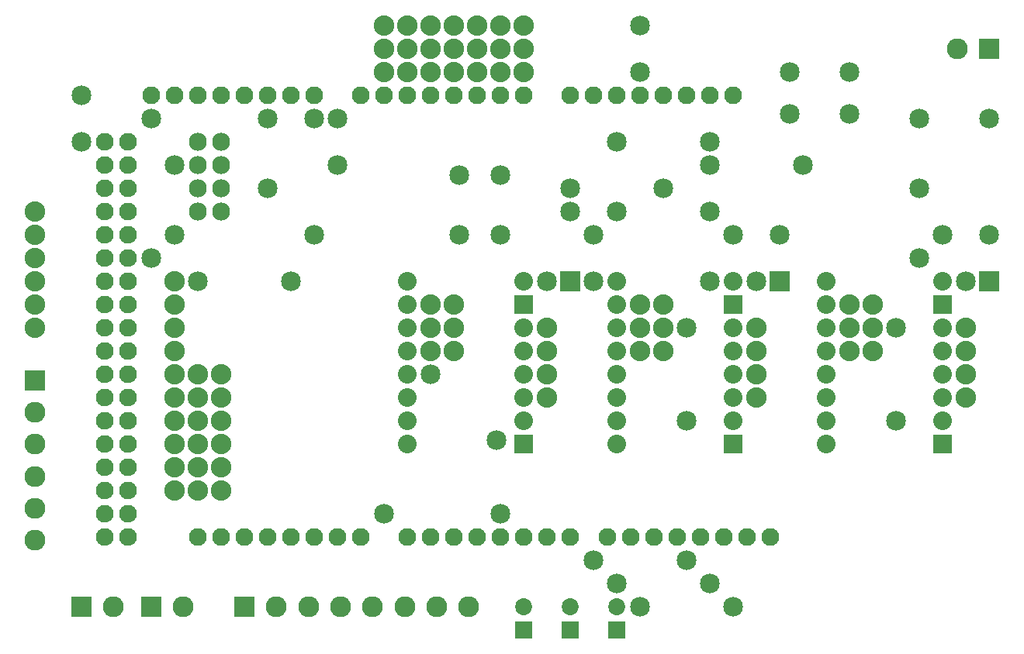
<source format=gbs>
G04 MADE WITH FRITZING*
G04 WWW.FRITZING.ORG*
G04 SINGLE SIDED*
G04 HOLES NOT PLATED*
G04 CONTOUR ON CENTER OF CONTOUR VECTOR*
%ASAXBY*%
%FSLAX23Y23*%
%MOIN*%
%OFA0B0*%
%SFA1.0B1.0*%
%ADD10C,0.076604*%
%ADD11C,0.076632*%
%ADD12C,0.075993*%
%ADD13C,0.080000*%
%ADD14C,0.088000*%
%ADD15C,0.090000*%
%ADD16C,0.085000*%
%ADD17C,0.077278*%
%ADD18C,0.072992*%
%ADD19R,0.080000X0.080000*%
%ADD20R,0.090000X0.090000*%
%ADD21R,0.085000X0.085000*%
%ADD22R,0.072992X0.072992*%
%LNMASK0*%
G90*
G70*
G54D10*
X1208Y2370D03*
X1108Y2370D03*
X1008Y2370D03*
X908Y2370D03*
G54D11*
X2568Y470D03*
G54D10*
X808Y2370D03*
X708Y2370D03*
X608Y2370D03*
G54D12*
X408Y1370D03*
G54D10*
X2208Y2370D03*
X2108Y2370D03*
X2808Y2370D03*
X2008Y2370D03*
X1908Y2370D03*
X1808Y2370D03*
X1708Y2370D03*
X1608Y2370D03*
G54D12*
X408Y570D03*
G54D10*
X1508Y2370D03*
G54D12*
X408Y2170D03*
G54D11*
X2008Y470D03*
G54D12*
X408Y970D03*
X408Y1770D03*
G54D11*
X2968Y470D03*
G54D10*
X2408Y2370D03*
G54D11*
X2408Y470D03*
G54D12*
X408Y770D03*
X408Y1170D03*
X408Y1570D03*
X408Y1970D03*
G54D11*
X808Y470D03*
X908Y470D03*
X1008Y470D03*
X3168Y470D03*
X1108Y470D03*
X2768Y470D03*
X1208Y470D03*
X1308Y470D03*
X1408Y470D03*
X1508Y470D03*
G54D10*
X3008Y2370D03*
X2608Y2370D03*
G54D11*
X1808Y470D03*
X2208Y470D03*
G54D12*
X408Y470D03*
X408Y670D03*
X408Y870D03*
X408Y1070D03*
X408Y1270D03*
X408Y1470D03*
X408Y1670D03*
X408Y1870D03*
X408Y2070D03*
G54D11*
X3268Y470D03*
X3068Y470D03*
X2868Y470D03*
X2668Y470D03*
G54D10*
X3108Y2370D03*
X2908Y2370D03*
X2708Y2370D03*
X2508Y2370D03*
G54D11*
X1708Y470D03*
X1908Y470D03*
X2108Y470D03*
X2308Y470D03*
G54D12*
X508Y470D03*
X508Y570D03*
X508Y670D03*
X508Y770D03*
X508Y870D03*
X508Y970D03*
X508Y1070D03*
X508Y1170D03*
X508Y1270D03*
X508Y1370D03*
X508Y1470D03*
X508Y1570D03*
X508Y1670D03*
X508Y1770D03*
X508Y1870D03*
X508Y1970D03*
X508Y2070D03*
X508Y2170D03*
G54D10*
X1308Y2370D03*
G54D13*
X1708Y1570D03*
X2208Y1570D03*
X1708Y1470D03*
X2208Y1470D03*
X1708Y1370D03*
X2208Y1370D03*
X1708Y1270D03*
X2208Y1270D03*
X1708Y1170D03*
X2208Y1170D03*
X1708Y1070D03*
X2208Y1070D03*
X1708Y970D03*
X2208Y970D03*
X1708Y870D03*
X2208Y870D03*
X2608Y1570D03*
X3108Y1570D03*
X2608Y1470D03*
X3108Y1470D03*
X2608Y1370D03*
X3108Y1370D03*
X2608Y1270D03*
X3108Y1270D03*
X2608Y1170D03*
X3108Y1170D03*
X2608Y1070D03*
X3108Y1070D03*
X2608Y970D03*
X3108Y970D03*
X2608Y870D03*
X3108Y870D03*
X3509Y1571D03*
X4009Y1571D03*
X3509Y1471D03*
X4009Y1471D03*
X3509Y1371D03*
X4009Y1371D03*
X3509Y1271D03*
X4009Y1271D03*
X3509Y1171D03*
X4009Y1171D03*
X3509Y1071D03*
X4009Y1071D03*
X3509Y971D03*
X4009Y971D03*
X3509Y871D03*
X4009Y871D03*
G54D14*
X4108Y1370D03*
X4108Y1270D03*
X4108Y1170D03*
X4108Y1070D03*
X3208Y1370D03*
X3208Y1270D03*
X3208Y1170D03*
X3208Y1070D03*
X2308Y1370D03*
X2308Y1270D03*
X2308Y1170D03*
X2308Y1070D03*
G54D15*
X4208Y2570D03*
X4070Y2570D03*
G54D16*
X4208Y1570D03*
X4108Y1570D03*
X3308Y1570D03*
X3208Y1570D03*
X2408Y1570D03*
X2308Y1570D03*
X4008Y1770D03*
X4208Y1770D03*
X2508Y1770D03*
X2508Y1570D03*
X3108Y1770D03*
X3308Y1770D03*
X3908Y1970D03*
X3908Y1670D03*
X3008Y1870D03*
X3008Y1570D03*
X2608Y1870D03*
X2408Y1870D03*
G54D15*
X108Y1145D03*
X108Y1007D03*
X108Y870D03*
X108Y732D03*
X108Y594D03*
X108Y456D03*
G54D14*
X908Y1170D03*
X908Y1070D03*
X908Y970D03*
X908Y870D03*
X908Y770D03*
X908Y670D03*
X808Y1170D03*
X808Y1070D03*
X808Y970D03*
X808Y870D03*
X808Y770D03*
X808Y670D03*
X708Y1170D03*
X708Y1070D03*
X708Y970D03*
X708Y870D03*
X708Y770D03*
X708Y670D03*
G54D16*
X1608Y570D03*
X2108Y570D03*
G54D17*
X908Y2170D03*
X908Y2070D03*
X908Y1970D03*
X908Y1870D03*
X808Y2170D03*
X808Y2070D03*
X808Y1970D03*
X808Y1870D03*
G54D16*
X3808Y1370D03*
X3808Y970D03*
X2908Y1370D03*
X2908Y970D03*
G54D14*
X1808Y1470D03*
X1808Y1370D03*
X1808Y1270D03*
X1808Y1470D03*
X1808Y1370D03*
X1808Y1270D03*
X1908Y1270D03*
X1908Y1370D03*
X1908Y1470D03*
X3608Y1470D03*
X3608Y1370D03*
X3608Y1270D03*
X3608Y1470D03*
X3608Y1370D03*
X3608Y1270D03*
X3708Y1270D03*
X3708Y1370D03*
X3708Y1470D03*
X2708Y1470D03*
X2708Y1370D03*
X2708Y1270D03*
X2708Y1470D03*
X2708Y1370D03*
X2708Y1270D03*
X2808Y1270D03*
X2808Y1370D03*
X2808Y1470D03*
G54D16*
X1808Y1170D03*
X2091Y887D03*
G54D15*
X1008Y170D03*
X1146Y170D03*
X1284Y170D03*
X1421Y170D03*
X1559Y170D03*
X1697Y170D03*
X1835Y170D03*
X1972Y170D03*
X308Y170D03*
X446Y170D03*
X608Y170D03*
X746Y170D03*
G54D16*
X2508Y370D03*
X2908Y370D03*
X2708Y170D03*
X3108Y170D03*
X2608Y270D03*
X3008Y270D03*
G54D18*
X2208Y71D03*
X2208Y170D03*
X2608Y71D03*
X2608Y170D03*
X2408Y71D03*
X2408Y170D03*
G54D14*
X2208Y2670D03*
X2108Y2670D03*
X2008Y2670D03*
X1908Y2670D03*
X1808Y2670D03*
X1708Y2670D03*
X1608Y2670D03*
X2208Y2570D03*
X2108Y2570D03*
X2008Y2570D03*
X1908Y2570D03*
X1808Y2570D03*
X1708Y2570D03*
X1608Y2570D03*
X2208Y2470D03*
X2108Y2470D03*
X2008Y2470D03*
X1908Y2470D03*
X1808Y2470D03*
X1708Y2470D03*
X1608Y2470D03*
G54D16*
X2408Y1970D03*
X2808Y1970D03*
X608Y2270D03*
X608Y1670D03*
X708Y2070D03*
X708Y1770D03*
X2708Y2670D03*
X2708Y2470D03*
X1408Y2070D03*
X1408Y2270D03*
X308Y2170D03*
X308Y2370D03*
X1108Y2270D03*
X1108Y1970D03*
G54D14*
X708Y1570D03*
X708Y1470D03*
X708Y1370D03*
X708Y1270D03*
X108Y1870D03*
X108Y1770D03*
X108Y1670D03*
X108Y1570D03*
X108Y1470D03*
X108Y1370D03*
G54D16*
X2608Y2170D03*
X3008Y2170D03*
X3008Y2070D03*
X3408Y2070D03*
X3608Y2292D03*
X3352Y2292D03*
X3608Y2470D03*
X3352Y2470D03*
X3908Y2270D03*
X4208Y2270D03*
X1931Y1770D03*
X1931Y2026D03*
X2108Y1770D03*
X2108Y2026D03*
X808Y1570D03*
X1208Y1570D03*
X1308Y2270D03*
X1308Y1770D03*
G54D19*
X2208Y870D03*
X2208Y1470D03*
X3108Y870D03*
X3108Y1470D03*
X4009Y871D03*
X4009Y1471D03*
G54D20*
X4208Y2570D03*
G54D21*
X4208Y1570D03*
X3308Y1570D03*
X2408Y1570D03*
G54D20*
X108Y1145D03*
X1008Y170D03*
X308Y170D03*
X608Y170D03*
G54D22*
X2208Y71D03*
X2608Y71D03*
X2408Y71D03*
G04 End of Mask0*
M02*
</source>
